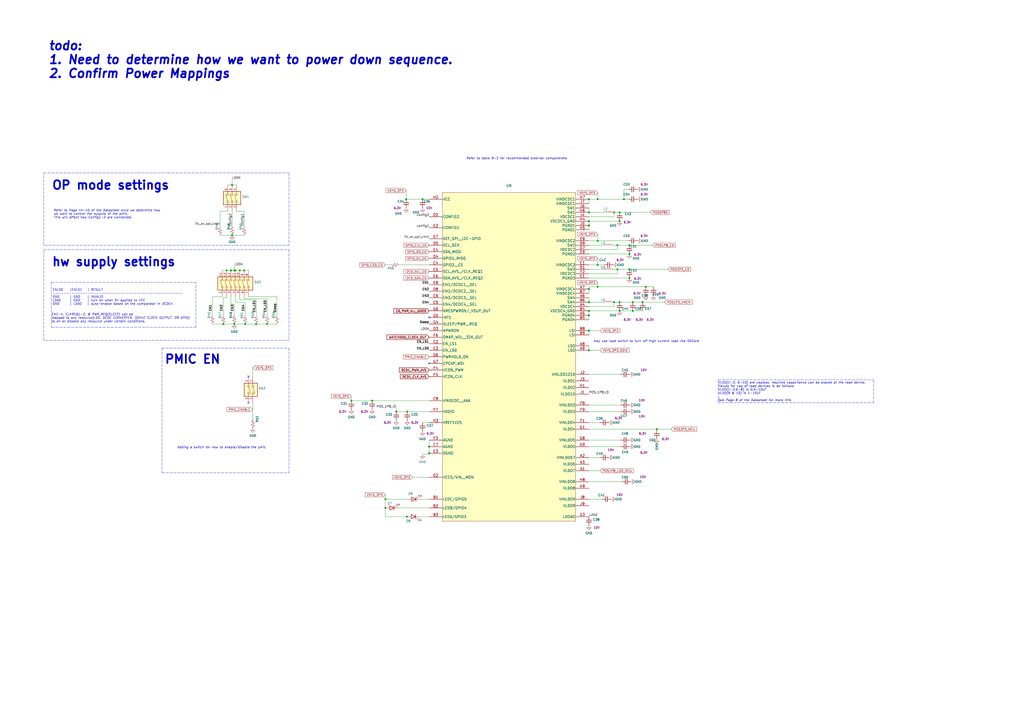
<source format=kicad_sch>
(kicad_sch (version 20211123) (generator eeschema)
  (paper "A2")
  (title_block (title "TEST_SUPPLIES") (date "2023-03-31") (rev "00"))
  (lib_symbols
    (symbol "Bub_regulators:TPS6591286YFFR" (pin_names (offset 0.254))
      (property "Reference" "U" (at 0 3.81 0))
      (property "Value" "TPS6591286YFFR" (at 0 1.27 0))
      (symbol "TPS6591286YFFR_0_1"
        (rectangle (start -38.1 0) (end 39.37 -190.5) (stroke (width 0.1524)) (fill (type background)))
      )
      (symbol "TPS6591286YFFR_1_1"
        (pin output line (at 46.99 -161.29 180) (length 7.62) (name "VLDO7") (number "A1"))
        (pin power_in line (at 46.99 -153.67 180) (length 7.62) (name "VINLDO67") (number "A2"))
        (pin output line (at 46.99 -157.48 180) (length 7.62) (name "VLDO6") (number "A3"))
        (pin input line (at 46.99 -66.04 180) (length 7.62) (name "VDCDC4") (number "A4"))
        (pin power_in line (at 46.99 -71.12 180) (length 7.62) (name "PGND4") (number "A5"))
        (pin output line (at 46.99 -60.96 180) (length 7.62) (name "SW4") (number "A6"))
        (pin power_in line (at 46.99 -55.88 180) (length 7.62) (name "VINDCDC4") (number "A7"))
        (pin output line (at 46.99 -88.9 180) (length 7.62) (name "LSO") (number "A8"))
        (pin output line (at 46.99 -91.44 180) (length 7.62) (name "LSO") (number "A9"))
        (pin bidirectional line (at -45.72 -177.8 0) (length 7.62) (name "LEDC/GPIO5") (number "B1"))
        (pin bidirectional line (at -45.72 -182.88 0) (length 7.62) (name "LEDB/GPIO4") (number "B2"))
        (pin bidirectional line (at -45.72 -187.96 0) (length 7.62) (name "LEDA/GPIO3") (number "B3"))
        (pin power_in line (at 46.99 -68.58 180) (length 7.62) (name "VDCDC4_GND") (number "B4"))
        (pin power_in line (at 46.99 -73.66 180) (length 7.62) (name "PGND4") (number "B5"))
        (pin output line (at 46.99 -63.5 180) (length 7.62) (name "SW4") (number "B6"))
        (pin power_in line (at 46.99 -58.42 180) (length 7.62) (name "VINDCDC4") (number "B7"))
        (pin input line (at 46.99 -80.01 180) (length 7.62) (name "LSI") (number "B8"))
        (pin input line (at 46.99 -82.55 180) (length 7.62) (name "LSI") (number "B9"))
        (pin power_in line (at 46.99 -41.91 180) (length 7.62) (name "VINDCDC3") (number "C1"))
        (pin input line (at -45.72 -87.63 0) (length 7.62) (name "EN_LS1") (number "C2"))
        (pin input line (at -45.72 -91.44 0) (length 7.62) (name "EN_LS0") (number "C3"))
        (pin bidirectional line (at -45.72 -41.91 0) (length 7.62) (name "GPIO2__CE") (number "C4"))
        (pin input line (at -45.72 -64.77 0) (length 7.62) (name "EN4/DCDC4__SEL") (number "C5"))
        (pin input line (at -45.72 -60.96 0) (length 7.62) (name "EN3/DCDC3__SEL") (number "C6"))
        (pin power_in line (at -45.72 -147.32 0) (length 7.62) (name "AGND") (number "C7"))
        (pin input line (at -45.72 -120.65 0) (length 7.62) (name "VINDCDC__ANA") (number "C8"))
        (pin power_in line (at 46.99 -27.94 180) (length 7.62) (name "VINDCDC2") (number "C9"))
        (pin output line (at 46.99 -44.45 180) (length 7.62) (name "SW3") (number "D1"))
        (pin input line (at -45.72 -13.97 0) (length 7.62) (name "CONFIG2") (number "D2"))
        (pin unspecified line (at -45.72 -80.01 0) (length 7.62) (name "NPWRON") (number "D3"))
        (pin bidirectional line (at -45.72 -38.1 0) (length 7.62) (name "GPIO1_MISO") (number "D4"))
        (pin input line (at -45.72 -30.48 0) (length 7.62) (name "SCL_SCK") (number "D5"))
        (pin input line (at -45.72 -95.25 0) (length 7.62) (name "PWRHOLD_ON") (number "D6"))
        (pin input line (at 46.99 -33.02 180) (length 7.62) (name "VDCDC2") (number "D7"))
        (pin input line (at -45.72 -57.15 0) (length 7.62) (name "EN2/DCDC2__SEL") (number "D8"))
        (pin output line (at 46.99 -30.48 180) (length 7.62) (name "SW2") (number "D9"))
        (pin power_in line (at 46.99 -49.53 180) (length 7.62) (name "PGND3") (number "E1"))
        (pin input line (at -45.72 -20.32 0) (length 7.62) (name "CONFIG1") (number "E2"))
        (pin power_in line (at -45.72 -151.13 0) (length 7.62) (name "DGND") (number "E3"))
        (pin bidirectional line (at -45.72 -34.29 0) (length 7.62) (name "SDA_MOSI") (number "E4"))
        (pin input line (at -45.72 -45.72 0) (length 7.62) (name "SCL_AVS_/CLK_REQ1") (number "E5"))
        (pin bidirectional line (at -45.72 -49.53 0) (length 7.62) (name "SDA_AVS_/CLK_REQ2") (number "E6"))
        (pin input line (at -45.72 -26.67 0) (length 7.62) (name "DEF_SPI__I2C-GPIO") (number "E7"))
        (pin input line (at -45.72 -53.34 0) (length 7.62) (name "EN1/DCDC1__SEL") (number "E8"))
        (pin power_in line (at 46.99 -35.56 180) (length 7.62) (name "PGND2") (number "E9"))
        (pin power_in line (at 46.99 -133.35 180) (length 7.62) (name "VINLDO4") (number "F1"))
        (pin input line (at 46.99 -46.99 180) (length 7.62) (name "VDCDC3") (number "F2"))
        (pin power_in line (at -45.72 -143.51 0) (length 7.62) (name "AGND") (number "F3"))
        (pin input line (at -45.72 -102.87 0) (length 7.62) (name "VCON_PWM") (number "F4"))
        (pin input line (at -45.72 -106.68 0) (length 7.62) (name "VCON_CLK") (number "F5"))
        (pin output line (at -45.72 -83.82 0) (length 7.62) (name "OMAP_WDI__32K_OUT") (number "F6"))
        (pin power_in line (at -45.72 -127 0) (length 7.62) (name "VDDIO") (number "F7"))
        (pin power_in line (at 46.99 -123.19 180) (length 7.62) (name "VINLDO3") (number "F8"))
        (pin output line (at 46.99 -127 180) (length 7.62) (name "VLDO3") (number "F9"))
        (pin output line (at 46.99 -137.16 180) (length 7.62) (name "VLDO4") (number "G1"))
        (pin input line (at -45.72 -165.1 0) (length 7.62) (name "VCCS/VIN__MON") (number "G2"))
        (pin power_in line (at 46.99 -187.96 180) (length 7.62) (name "LDOAO") (number "G3"))
        (pin input line (at -45.72 -76.2 0) (length 7.62) (name "SLEEP/PWR__REQ") (number "G4"))
        (pin input line (at -45.72 -72.39 0) (length 7.62) (name "INT1") (number "G5"))
        (pin output line (at -45.72 -68.58 0) (length 7.62) (name "NRESPWRON/_VSUP_OUT") (number "G6"))
        (pin no_connect line (at -45.72 -99.06 0) (length 7.62) (name "CPCAP_WDI") (number "G7"))
        (pin power_in line (at 46.99 -143.51 180) (length 7.62) (name "VINLDO5") (number "G8"))
        (pin output line (at 46.99 -147.32 180) (length 7.62) (name "VLDO5") (number "G9"))
        (pin output line (at 46.99 -113.03 180) (length 7.62) (name "VLDO2") (number "H1"))
        (pin power_in line (at -45.72 -3.81 0) (length 7.62) (name "VCC") (number "H2"))
        (pin output line (at -45.72 -133.35 0) (length 7.62) (name "VREF1V25") (number "H3"))
        (pin power_in line (at 46.99 -16.51 180) (length 7.62) (name "VDCDC1_GND") (number "H4"))
        (pin power_in line (at 46.99 -21.59 180) (length 7.62) (name "PGND1") (number "H5"))
        (pin output line (at 46.99 -11.43 180) (length 7.62) (name "SW1") (number "H6"))
        (pin input line (at 46.99 -3.81 180) (length 7.62) (name "VINDCDC1") (number "H7"))
        (pin power_in line (at 46.99 -167.64 180) (length 7.62) (name "VINLDO8") (number "H8"))
        (pin power_in line (at 46.99 -171.45 180) (length 7.62) (name "VLDO8") (number "H9"))
        (pin output line (at 46.99 -116.84 180) (length 7.62) (name "VLDO10") (number "J1"))
        (pin power_in line (at 46.99 -105.41 180) (length 7.62) (name "VINLDO1210") (number "J2"))
        (pin output line (at 46.99 -109.22 180) (length 7.62) (name "VLDO1") (number "J3"))
        (pin bidirectional line (at 46.99 -13.97 180) (length 7.62) (name "VDCDC1") (number "J4"))
        (pin power_in line (at 46.99 -19.05 180) (length 7.62) (name "PGND1") (number "J5"))
        (pin output line (at 46.99 -8.89 180) (length 7.62) (name "SW1") (number "J6"))
        (pin bidirectional line (at 46.99 -6.35 180) (length 7.62) (name "VINDCDC1") (number "J7"))
        (pin power_in line (at 46.99 -177.8 180) (length 7.62) (name "VINLDO9") (number "J8"))
        (pin output line (at 46.99 -181.61 180) (length 7.62) (name "VLDO9") (number "J9"))
      )
    )
    (symbol "Device:C_Small" (pin_numbers hide) (pin_names (offset 0.254) hide)
      (property "Reference" "C" (at 0.254 1.778 0))
      (property "Value" "C_Small" (at 0.254 -2.032 0))
      (symbol "C_Small_0_1"
        (polyline (pts (xy -1.524 -0.508) (xy 1.524 -0.508)) (stroke (width 0.3302)))
        (polyline (pts (xy -1.524 0.508) (xy 1.524 0.508)) (stroke (width 0.3048)))
      )
      (symbol "C_Small_1_1"
        (pin passive line (at 0 2.54 270) (length 2.032) (name "~") (number "1"))
        (pin passive line (at 0 -2.54 90) (length 2.032) (name "~") (number "2"))
      )
    )
    (symbol "Device:LED" (pin_numbers hide) (pin_names (offset 1.016) hide)
      (property "Reference" "D" (at 0 2.54 0))
      (property "Value" "LED" (at 0 -2.54 0))
      (symbol "LED_0_1"
        (polyline (pts (xy -1.27 -1.27) (xy -1.27 1.27)) (stroke (width 0.254)))
        (polyline (pts (xy -1.27 0) (xy 1.27 0)))
        (polyline (pts (xy 1.27 -1.27) (xy 1.27 1.27) (xy -1.27 0) (xy 1.27 -1.27)) (stroke (width 0.254)))
        (polyline (pts (xy -3.048 -0.762) (xy -4.572 -2.286) (xy -3.81 -2.286) (xy -4.572 -2.286) (xy -4.572 -1.524)))
        (polyline (pts (xy -1.778 -0.762) (xy -3.302 -2.286) (xy -2.54 -2.286) (xy -3.302 -2.286) (xy -3.302 -1.524)))
      )
      (symbol "LED_1_1"
        (pin passive line (at -3.81 0 0) (length 2.54) (name "K") (number "1"))
        (pin passive line (at 3.81 0 180) (length 2.54) (name "A") (number "2"))
      )
    )
    (symbol "Device:L_Small" (pin_numbers hide) (pin_names (offset 0.254) hide)
      (property "Reference" "L" (at 0.762 1.016 0))
      (property "Value" "L_Small" (at 0.762 -1.016 0))
      (symbol "L_Small_0_1"
        (arc (start 0 -2.032) (mid 0.508 -1.524) (end 0 -1.016))
        (arc (start 0 -1.016) (mid 0.508 -0.508) (end 0 0))
        (arc (start 0 0) (mid 0.508 0.508) (end 0 1.016))
        (arc (start 0 1.016) (mid 0.508 1.524) (end 0 2.032))
      )
      (symbol "L_Small_1_1"
        (pin passive line (at 0 2.54 270) (length 0.508) (name "~") (number "1"))
        (pin passive line (at 0 -2.54 90) (length 0.508) (name "~") (number "2"))
      )
    )
    (symbol "Device:R_Small_US" (pin_numbers hide) (pin_names (offset 0.254) hide)
      (property "Reference" "R" (at 0.762 0.508 0))
      (property "Value" "R_Small_US" (at 0.762 -1.016 0))
      (symbol "R_Small_US_1_1"
        (polyline (pts (xy 0 0) (xy 1.016 -0.381) (xy 0 -0.762) (xy -1.016 -1.143) (xy 0 -1.524)))
        (polyline (pts (xy 0 1.524) (xy 1.016 1.143) (xy 0 0.762) (xy -1.016 0.381) (xy 0 0)))
        (pin passive line (at 0 2.54 270) (length 1.016) (name "~") (number "1"))
        (pin passive line (at 0 -2.54 90) (length 1.016) (name "~") (number "2"))
      )
    )
    (symbol "Switch:SW_DIP_x02" (pin_names (offset 0) hide)
      (property "Reference" "SW" (at 0 6.35 0))
      (property "Value" "SW_DIP_x02" (at 0 -3.81 0))
      (symbol "SW_DIP_x02_0_0"
        (circle (center -2.032 0) (radius 0.508))
        (circle (center -2.032 2.54) (radius 0.508))
        (polyline (pts (xy -1.524 0.127) (xy 2.3622 1.1684)))
        (polyline (pts (xy -1.524 2.667) (xy 2.3622 3.7084)))
        (circle (center 2.032 0) (radius 0.508))
        (circle (center 2.032 2.54) (radius 0.508))
      )
      (symbol "SW_DIP_x02_0_1"
        (rectangle (start -3.81 5.08) (end 3.81 -2.54) (stroke (width 0.254)) (fill (type background)))
      )
      (symbol "SW_DIP_x02_1_1"
        (pin passive line (at -7.62 2.54 0) (length 5.08) (name "~") (number "1"))
        (pin passive line (at -7.62 0 0) (length 5.08) (name "~") (number "2"))
        (pin passive line (at 7.62 0 180) (length 5.08) (name "~") (number "3"))
        (pin passive line (at 7.62 2.54 180) (length 5.08) (name "~") (number "4"))
      )
    )
    (symbol "Switch:SW_DIP_x03" (pin_names (offset 0) hide)
      (property "Reference" "SW" (at 0 8.89 0))
      (property "Value" "SW_DIP_x03" (at 0 -3.81 0))
      (symbol "SW_DIP_x03_0_0"
        (circle (center -2.032 0) (radius 0.508))
        (circle (center -2.032 2.54) (radius 0.508))
        (circle (center -2.032 5.08) (radius 0.508))
        (polyline (pts (xy -1.524 0.127) (xy 2.3622 1.1684)))
        (polyline (pts (xy -1.524 2.667) (xy 2.3622 3.7084)))
        (polyline (pts (xy -1.524 5.207) (xy 2.3622 6.2484)))
        (circle (center 2.032 0) (radius 0.508))
        (circle (center 2.032 2.54) (radius 0.508))
        (circle (center 2.032 5.08) (radius 0.508))
      )
      (symbol "SW_DIP_x03_0_1"
        (rectangle (start -3.81 7.62) (end 3.81 -2.54) (stroke (width 0.254)) (fill (type background)))
      )
      (symbol "SW_DIP_x03_1_1"
        (pin passive line (at -7.62 5.08 0) (length 5.08) (name "~") (number "1"))
        (pin passive line (at -7.62 2.54 0) (length 5.08) (name "~") (number "2"))
        (pin passive line (at -7.62 0 0) (length 5.08) (name "~") (number "3"))
        (pin passive line (at 7.62 0 180) (length 5.08) (name "~") (number "4"))
        (pin passive line (at 7.62 2.54 180) (length 5.08) (name "~") (number "5"))
        (pin passive line (at 7.62 5.08 180) (length 5.08) (name "~") (number "6"))
      )
    )
    (symbol "Switch:SW_DIP_x07" (pin_names (offset 0) hide)
      (property "Reference" "SW" (at 0 13.97 0))
      (property "Value" "SW_DIP_x07" (at 0 -8.89 0))
      (symbol "SW_DIP_x07_0_0"
        (circle (center -2.032 -5.08) (radius 0.508))
        (circle (center -2.032 -2.54) (radius 0.508))
        (circle (center -2.032 0) (radius 0.508))
        (circle (center -2.032 2.54) (radius 0.508))
        (circle (center -2.032 5.08) (radius 0.508))
        (circle (center -2.032 7.62) (radius 0.508))
        (circle (center -2.032 10.16) (radius 0.508))
        (polyline (pts (xy -1.524 -4.9276) (xy 2.3622 -3.8862)))
        (polyline (pts (xy -1.524 -2.3876) (xy 2.3622 -1.3462)))
        (polyline (pts (xy -1.524 0.127) (xy 2.3622 1.1684)))
        (polyline (pts (xy -1.524 2.667) (xy 2.3622 3.7084)))
        (polyline (pts (xy -1.524 5.207) (xy 2.3622 6.2484)))
        (polyline (pts (xy -1.524 7.747) (xy 2.3622 8.7884)))
        (polyline (pts (xy -1.524 10.287) (xy 2.3622 11.3284)))
        (circle (center 2.032 -5.08) (radius 0.508))
        (circle (center 2.032 -2.54) (radius 0.508))
        (circle (center 2.032 0) (radius 0.508))
        (circle (center 2.032 2.54) (radius 0.508))
        (circle (center 2.032 5.08) (radius 0.508))
        (circle (center 2.032 7.62) (radius 0.508))
        (circle (center 2.032 10.16) (radius 0.508))
      )
      (symbol "SW_DIP_x07_0_1"
        (rectangle (start -3.81 12.7) (end 3.81 -7.62) (stroke (width 0.254)) (fill (type background)))
      )
      (symbol "SW_DIP_x07_1_1"
        (pin passive line (at -7.62 10.16 0) (length 5.08) (name "~") (number "1"))
        (pin passive line (at 7.62 0 180) (length 5.08) (name "~") (number "10"))
        (pin passive line (at 7.62 2.54 180) (length 5.08) (name "~") (number "11"))
        (pin passive line (at 7.62 5.08 180) (length 5.08) (name "~") (number "12"))
        (pin passive line (at 7.62 7.62 180) (length 5.08) (name "~") (number "13"))
        (pin passive line (at 7.62 10.16 180) (length 5.08) (name "~") (number "14"))
        (pin passive line (at -7.62 7.62 0) (length 5.08) (name "~") (number "2"))
        (pin passive line (at -7.62 5.08 0) (length 5.08) (name "~") (number "3"))
        (pin passive line (at -7.62 2.54 0) (length 5.08) (name "~") (number "4"))
        (pin passive line (at -7.62 0 0) (length 5.08) (name "~") (number "5"))
        (pin passive line (at -7.62 -2.54 0) (length 5.08) (name "~") (number "6"))
        (pin passive line (at -7.62 -5.08 0) (length 5.08) (name "~") (number "7"))
        (pin passive line (at 7.62 -5.08 180) (length 5.08) (name "~") (number "8"))
        (pin passive line (at 7.62 -2.54 180) (length 5.08) (name "~") (number "9"))
      )
    )
    (symbol "power:GND" (power) (pin_names (offset 0))
      (property "Value" "GND" (at 0 -3.81 0))
      (symbol "GND_0_1"
        (polyline (pts (xy 0 0) (xy 0 -1.27) (xy 1.27 -1.27) (xy 0 -2.54) (xy -1.27 -1.27) (xy 0 -1.27)))
      )
      (symbol "GND_1_1"
        (pin power_in line (at 0 0 270) (length 0) hide (name "GND") (number "1"))
      )
    )
  )
  (junction (at 359.41 128.27))
  (junction (at 374.65 166.37))
  (junction (at 356.235 175.26))
  (junction (at 365.125 161.29))
  (junction (at 236.0035 299.72))
  (junction (at 215.9 232.41))
  (junction (at 136.525 156.845))
  (junction (at 133.985 156.845))
  (junction (at 154.94 187.96))
  (junction (at 359.41 123.19))
  (junction (at 341.63 130.81))
  (junction (at 356.235 123.19))
  (junction (at 346.71 139.7))
  (junction (at 135.89 156.845))
  (junction (at 365.125 156.21))
  (junction (at 248.92 262.89))
  (junction (at 367.03 180.34))
  (junction (at 203.835 232.41))
  (junction (at 358.14 142.24))
  (junction (at 358.14 156.21))
  (junction (at 341.63 191.77))
  (junction (at 359.41 175.26))
  (junction (at 341.63 115.57))
  (junction (at 341.63 167.64))
  (junction (at 235.585 115.57))
  (junction (at 141.605 156.845))
  (junction (at 365.125 147.32))
  (junction (at 131.445 156.845))
  (junction (at 148.59 187.96))
  (junction (at 346.71 166.37))
  (junction (at 223.52 294.64))
  (junction (at 372.745 175.26))
  (junction (at 139.065 156.845))
  (junction (at 346.71 153.67))
  (junction (at 341.63 182.88))
  (junction (at 129.54 187.96))
  (junction (at 248.92 259.08))
  (junction (at 365.125 142.24))
  (junction (at 346.71 115.57))
  (junction (at 229.87 238.76))
  (junction (at 236.22 238.76))
  (junction (at 223.52 289.56))
  (junction (at 359.41 180.34))
  (junction (at 245.11 115.57))
  (junction (at 341.63 203.2))
  (junction (at 361.95 115.57))
  (junction (at 341.63 123.19))
  (junction (at 341.63 175.26))
  (junction (at 134.62 107.315))
  (junction (at 341.63 128.27))
  (junction (at 341.63 180.34))
  (junction (at 367.03 175.26))
  (junction (at 142.24 187.96))
  (junction (at 135.89 187.96))
  (junction (at 381 248.92))
  (junction (at 134.62 136.525))
  (no_connect (at 144.145 218.44))
  (no_connect (at 144.145 233.68))
  (no_connect (at 248.92 184.15))
  (wire (pts (xy 381 248.92) (xy 389.255 248.92)))
  (wire (pts (xy 341.63 200.66) (xy 341.63 203.2)))
  (polyline (pts (xy 57.785 142.24) (xy 97.79 142.24)))
  (wire (pts (xy 365.125 156.21) (xy 387.35 156.21)))
  (wire (pts (xy 231.14 294.64) (xy 248.92 294.64)))
  (wire (pts (xy 356.235 175.26) (xy 356.235 177.8)))
  (wire (pts (xy 203.835 229.87) (xy 203.835 232.41)))
  (wire (pts (xy 203.835 232.41) (xy 215.9 232.41)))
  (wire (pts (xy 341.63 191.77) (xy 347.98 191.77)))
  (wire (pts (xy 235.585 115.57) (xy 245.11 115.57)))
  (wire (pts (xy 372.745 175.26) (xy 385.445 175.26)))
  (polyline (pts (xy 167.64 100.33) (xy 97.79 100.33)))
  (wire (pts (xy 355.6 123.19) (xy 356.235 123.19)))
  (polyline (pts (xy 57.15 142.24) (xy 25.4 142.24)))
  (polyline (pts (xy 29.845 189.865) (xy 113.665 189.865)))
  (wire (pts (xy 341.63 177.8) (xy 356.235 177.8)))
  (wire (pts (xy 356.235 123.19) (xy 359.41 123.19)))
  (wire (pts (xy 236.0035 299.72) (xy 223.52 299.72)))
  (wire (pts (xy 347.98 245.11) (xy 341.63 245.11)))
  (wire (pts (xy 346.71 111.76) (xy 346.71 115.57)))
  (wire (pts (xy 223.52 287.02) (xy 223.52 289.56)))
  (wire (pts (xy 132.08 107.315) (xy 134.62 107.315)))
  (polyline (pts (xy 93.98 274.32) (xy 167.64 274.32)))
  (wire (pts (xy 136.525 175.26) (xy 142.24 175.26)))
  (wire (pts (xy 341.63 279.4) (xy 360.68 279.4)))
  (wire (pts (xy 341.63 158.75) (xy 358.14 158.75)))
  (wire (pts (xy 128.905 172.085) (xy 123.19 172.085)))
  (wire (pts (xy 223.52 289.56) (xy 236.22 289.56)))
  (wire (pts (xy 364.49 109.855) (xy 361.95 109.855)))
  (wire (pts (xy 134.62 122.555) (xy 134.62 131.445)))
  (wire (pts (xy 341.63 265.43) (xy 347.98 265.43)))
  (wire (pts (xy 243.84 299.72) (xy 248.92 299.72)))
  (wire (pts (xy 141.605 173.355) (xy 154.94 173.355)))
  (polyline (pts (xy 506.73 233.68) (xy 506.73 220.345)))
  (polyline (pts (xy 167.64 197.485) (xy 25.4 197.485)))
  (wire (pts (xy 350.52 156.21) (xy 341.63 156.21)))
  (wire (pts (xy 341.63 166.37) (xy 341.63 167.64)))
  (polyline (pts (xy 97.79 100.33) (xy 57.785 100.33)))
  (wire (pts (xy 154.94 173.355) (xy 154.94 182.88)))
  (wire (pts (xy 358.14 158.75) (xy 358.14 156.21)))
  (wire (pts (xy 223.52 153.67) (xy 226.695 153.67)))
  (wire (pts (xy 361.95 109.855) (xy 361.95 115.57)))
  (wire (pts (xy 133.985 176.53) (xy 135.89 176.53)))
  (wire (pts (xy 144.145 172.085) (xy 160.655 172.085)))
  (wire (pts (xy 341.63 180.34) (xy 341.63 182.88)))
  (wire (pts (xy 341.63 125.73) (xy 356.235 125.73)))
  (wire (pts (xy 139.065 156.845) (xy 141.605 156.845)))
  (wire (pts (xy 131.445 156.845) (xy 133.985 156.845)))
  (wire (pts (xy 229.87 236.855) (xy 229.87 238.76)))
  (wire (pts (xy 139.065 173.99) (xy 148.59 173.99)))
  (wire (pts (xy 346.71 139.7) (xy 364.49 139.7)))
  (wire (pts (xy 154.94 187.96) (xy 160.655 187.96)))
  (wire (pts (xy 341.63 289.56) (xy 349.25 289.56)))
  (wire (pts (xy 133.985 172.085) (xy 133.985 176.53)))
  (polyline (pts (xy 416.56 233.68) (xy 506.73 233.68)))
  (wire (pts (xy 360.045 259.08) (xy 341.63 259.08)))
  (wire (pts (xy 341.63 203.2) (xy 347.98 203.2)))
  (wire (pts (xy 341.63 153.67) (xy 346.71 153.67)))
  (wire (pts (xy 129.54 172.72) (xy 129.54 182.88)))
  (wire (pts (xy 215.9 232.41) (xy 248.92 232.41)))
  (polyline (pts (xy 25.4 142.24) (xy 25.4 100.33)))
  (wire (pts (xy 248.92 255.27) (xy 248.92 259.08)))
  (wire (pts (xy 359.41 175.26) (xy 367.03 175.26)))
  (wire (pts (xy 341.63 182.88) (xy 341.63 185.42)))
  (wire (pts (xy 367.03 180.34) (xy 372.745 180.34)))
  (wire (pts (xy 142.24 187.96) (xy 148.59 187.96)))
  (wire (pts (xy 236.22 299.72) (xy 236.0035 299.72)))
  (wire (pts (xy 248.92 263.525) (xy 245.11 263.525)))
  (wire (pts (xy 381 248.92) (xy 381 249.555)))
  (wire (pts (xy 141.605 122.555) (xy 137.16 122.555)))
  (wire (pts (xy 129.54 187.96) (xy 135.89 187.96)))
  (wire (pts (xy 341.63 167.64) (xy 341.63 170.18)))
  (wire (pts (xy 356.235 175.26) (xy 359.41 175.26)))
  (wire (pts (xy 135.89 154.305) (xy 135.89 156.845)))
  (polyline (pts (xy 25.4 100.33) (xy 57.785 100.33)))
  (wire (pts (xy 341.63 234.95) (xy 360.045 234.95)))
  (wire (pts (xy 359.41 180.34) (xy 367.03 180.34)))
  (wire (pts (xy 341.63 130.81) (xy 341.63 133.35)))
  (polyline (pts (xy 167.64 100.33) (xy 167.64 142.24)))
  (wire (pts (xy 141.605 156.845) (xy 144.145 156.845)))
  (wire (pts (xy 367.03 175.26) (xy 372.745 175.26)))
  (wire (pts (xy 358.14 144.78) (xy 358.14 142.24)))
  (wire (pts (xy 243.84 289.56) (xy 248.92 289.56)))
  (wire (pts (xy 358.14 156.21) (xy 365.125 156.21)))
  (wire (pts (xy 341.63 238.76) (xy 360.045 238.76)))
  (wire (pts (xy 360.045 255.27) (xy 341.63 255.27)))
  (wire (pts (xy 231.775 153.67) (xy 248.92 153.67)))
  (wire (pts (xy 146.685 213.36) (xy 146.685 218.44)))
  (wire (pts (xy 350.52 123.19) (xy 341.63 123.19)))
  (wire (pts (xy 356.235 123.19) (xy 356.235 125.73)))
  (wire (pts (xy 127.635 136.525) (xy 134.62 136.525)))
  (wire (pts (xy 146.685 233.68) (xy 146.685 243.205)))
  (wire (pts (xy 341.63 161.29) (xy 365.125 161.29)))
  (polyline (pts (xy 167.64 274.32) (xy 167.64 201.93)))
  (wire (pts (xy 236.22 238.76) (xy 248.92 238.76)))
  (wire (pts (xy 341.63 217.17) (xy 360.045 217.17)))
  (wire (pts (xy 350.52 175.26) (xy 341.63 175.26)))
  (polyline (pts (xy 25.4 144.78) (xy 167.64 144.78)))
  (wire (pts (xy 141.605 172.085) (xy 141.605 173.355)))
  (wire (pts (xy 127.635 122.555) (xy 132.08 122.555)))
  (wire (pts (xy 135.89 187.96) (xy 142.24 187.96)))
  (wire (pts (xy 248.92 259.08) (xy 248.92 262.89)))
  (wire (pts (xy 359.41 123.19) (xy 377.19 123.19)))
  (wire (pts (xy 365.125 142.24) (xy 378.46 142.24)))
  (wire (pts (xy 133.985 156.845) (xy 135.89 156.845)))
  (wire (pts (xy 341.63 172.72) (xy 341.63 175.26)))
  (polyline (pts (xy 97.79 142.24) (xy 167.64 142.24)))
  (wire (pts (xy 131.445 172.085) (xy 131.445 172.72)))
  (wire (pts (xy 341.63 180.34) (xy 359.41 180.34)))
  (wire (pts (xy 341.63 147.32) (xy 365.125 147.32)))
  (wire (pts (xy 127.635 131.445) (xy 127.635 122.555)))
  (wire (pts (xy 341.63 123.19) (xy 341.63 120.65)))
  (wire (pts (xy 123.19 187.96) (xy 129.54 187.96)))
  (wire (pts (xy 341.63 248.92) (xy 381 248.92)))
  (wire (pts (xy 341.63 191.77) (xy 341.63 194.31)))
  (polyline (pts (xy 93.98 201.93) (xy 93.98 274.32)))
  (wire (pts (xy 355.6 175.26) (xy 356.235 175.26)))
  (wire (pts (xy 341.63 115.57) (xy 341.63 118.11)))
  (wire (pts (xy 341.63 273.05) (xy 347.98 273.05)))
  (wire (pts (xy 341.63 166.37) (xy 346.71 166.37)))
  (wire (pts (xy 346.71 153.67) (xy 350.52 153.67)))
  (wire (pts (xy 134.62 136.525) (xy 141.605 136.525)))
  (wire (pts (xy 139.065 172.085) (xy 139.065 173.99)))
  (wire (pts (xy 341.63 128.27) (xy 341.63 130.81)))
  (wire (pts (xy 341.63 139.7) (xy 346.71 139.7)))
  (wire (pts (xy 148.59 173.99) (xy 148.59 182.88)))
  (wire (pts (xy 346.71 135.89) (xy 346.71 139.7)))
  (wire (pts (xy 350.52 142.24) (xy 341.63 142.24)))
  (wire (pts (xy 223.52 294.64) (xy 223.52 299.72)))
  (wire (pts (xy 141.605 131.445) (xy 141.605 122.555)))
  (wire (pts (xy 341.63 115.57) (xy 346.71 115.57)))
  (polyline (pts (xy 416.56 220.345) (xy 416.56 233.68)))
  (wire (pts (xy 134.62 107.315) (xy 137.16 107.315)))
  (wire (pts (xy 135.89 156.845) (xy 136.525 156.845)))
  (polyline (pts (xy 93.98 201.93) (xy 167.64 201.93)))
  (wire (pts (xy 136.525 156.845) (xy 139.065 156.845)))
  (wire (pts (xy 355.6 142.24) (xy 358.14 142.24)))
  (wire (pts (xy 223.52 289.56) (xy 223.52 294.64)))
  (wire (pts (xy 235.585 110.49) (xy 235.585 115.57)))
  (polyline (pts (xy 29.845 163.83) (xy 29.845 189.865)))
  (wire (pts (xy 245.11 245.11) (xy 248.92 245.11)))
  (wire (pts (xy 341.63 144.78) (xy 358.14 144.78)))
  (wire (pts (xy 346.71 149.86) (xy 346.71 153.67)))
  (wire (pts (xy 229.87 238.76) (xy 236.22 238.76)))
  (wire (pts (xy 160.655 172.085) (xy 160.655 182.88)))
  (wire (pts (xy 374.65 166.37) (xy 379.095 166.37)))
  (wire (pts (xy 134.62 104.14) (xy 134.62 107.315)))
  (wire (pts (xy 346.71 163.83) (xy 346.71 166.37)))
  (wire (pts (xy 131.445 172.72) (xy 129.54 172.72)))
  (polyline (pts (xy 167.64 144.78) (xy 167.64 197.485)))
  (wire (pts (xy 346.71 166.37) (xy 374.65 166.37)))
  (polyline (pts (xy 25.4 197.485) (xy 25.4 144.78)))
  (wire (pts (xy 123.19 172.085) (xy 123.19 182.88)))
  (polyline (pts (xy 113.665 189.865) (xy 113.665 163.83)))
  (wire (pts (xy 361.95 115.57) (xy 364.49 115.57)))
  (wire (pts (xy 142.24 175.26) (xy 142.24 182.88)))
  (polyline (pts (xy 29.845 163.83) (xy 113.665 163.83)))
  (polyline (pts (xy 416.56 220.345) (xy 506.73 220.345)))
  (wire (pts (xy 358.14 156.21) (xy 355.6 156.21)))
  (wire (pts (xy 245.11 115.57) (xy 248.92 115.57)))
  (wire (pts (xy 239.395 276.86) (xy 248.92 276.86)))
  (wire (pts (xy 358.14 142.24) (xy 365.125 142.24)))
  (wire (pts (xy 341.63 128.27) (xy 359.41 128.27)))
  (wire (pts (xy 128.905 156.845) (xy 131.445 156.845)))
  (wire (pts (xy 136.525 172.085) (xy 136.525 175.26)))
  (wire (pts (xy 346.71 115.57) (xy 361.95 115.57)))
  (wire (pts (xy 148.59 187.96) (xy 154.94 187.96)))
  (wire (pts (xy 135.89 176.53) (xy 135.89 182.88)))
  (wire (pts (xy 248.92 262.89) (xy 248.92 263.525)))
  (text "Refer to table 9-2 for recommended external componenets" (at 270.51 92.71 0) (effects (font (size 1.27 1.27)) (justify left bottom)))
  (text "Refer to Page 44-45 of the Datasheet once we determine how \nwe want to control the outputs of the pmic. \nThis will affect how Config1-2 are connected.\n" (at 31.115 127 0) (effects (font (size 1.27 1.27) italic) (justify left bottom)))
  (text "may use load switch to turn off high current load like SDCard\n" (at 344.17 198.755 0) (effects (font (size 1.27 1.27) italic) (justify left bottom)))
  (text "OP mode settings" (at 29.845 110.49 0) (effects (font (size 5 5) (thickness 1) bold) (justify left bottom)))
  (text "hw supply settings\n" (at 29.845 154.94 0) (effects (font (size 5 5) (thickness 1) bold) (justify left bottom)))
  (text "todo:\n1. Need to determine how we want to power down sequence. \n2. Confirm Power Mappings" (at 27.94 45.72 0) (effects (font (size 5 5) (thickness 1) bold italic) (justify left bottom)))
  (text "Adding a switch for now to enable/disable the pmic" (at 102.87 260.35 0) (effects (font (size 1.27 1.27) italic) (justify left bottom)))
  (text "VLDO(1-3, 6-10) are capless, required capacitance can be placed at the load device.\nValues for cap of load devices is as follows:\nVLDO(1-3,6-8) is 0.5-10uF\nVLDO(9 & 10) is 1-10uF\n\nSee Page 8 of the Datasheet for more info" (at 416.56 233.045 0) (effects (font (size 1.27 1.27) italic) (justify left bottom)))
  (text "EN1-4, CLKREQ1-2, & PWR_REQ(SLEEP) can be \nmapped to any resource(LDO, DCDC CONVERTER, 32KHZ CLOCK OUTPUT, OR GPIO) \nto en or disable any resource under certain conditions." (at 29.845 187.325 0) (effects (font (size 1.27 1.27) italic) (justify left bottom)))
  (text "PMIC EN\n" (at 95.25 211.455 0) (effects (font (size 5 5) (thickness 1) bold) (justify left bottom)))
  (text "ENLS0	|ENLS1	| RESULT\n------------------------------------------------\nGND		| GND	| INVALID\nLDAO	| GND	| turn on when 5V applied to VCC\nGND		| LDAO	| auto-enable based on the comparator in DCDC4" (at 30.48 177.165 0) (effects (font (size 1.27 1.27)) (justify left bottom)))
  (label "EN3" (at 135.89 176.53 270) (effects (font bold)))
  (label "EN1" (at 123.19 176.53 270) (effects (font bold)))
  (label "LDOA" (at 341.63 299.72 0) (effects (font italic)))
  (label "EN2" (at 129.54 176.53 270) (effects (font bold)))
  (label "POS_1P8_IO" (at 229.87 236.855 180))
  (label "EN4" (at 142.24 176.53 270) (effects (font bold)))
  (label "EN3" (at 248.92 172.72 180) (effects (font bold)))
  (label "config2" (at 248.92 125.73 180) (effects (font italic)))
  (label "iic_or_spi_cntrl" (at 127.635 130.81 180) (effects (font italic)))
  (label "config1" (at 141.605 123.825 270) (effects (font italic)))
  (label "EN2" (at 248.92 168.91 180) (effects (font bold)))
  (label "iic_or_spi_cntrl" (at 248.92 138.43 180) (effects (font italic)))
  (label "Sleep" (at 160.655 175.895 270) (effects (font bold)))
  (label "EN_LS0" (at 154.94 173.99 270) (effects (font bold)))
  (label "EN1" (at 248.92 165.1 180) (effects (font bold)))
  (label "EN_LS1" (at 248.92 199.39 180) (effects (font bold)))
  (label "config1" (at 248.92 132.08 180) (effects (font italic)))
  (label "EN_LS1" (at 148.59 173.99 270) (effects (font bold)))
  (label "LDOA" (at 248.92 191.77 180) (effects (font italic)))
  (label "POS_1P8_IO" (at 341.63 228.6 0))
  (label "Sleep" (at 248.92 187.96 180) (effects (font bold)))
  (label "EN4" (at 248.92 176.53 180) (effects (font bold)))
  (label "LDOA" (at 135.89 154.305 0) (effects (font italic)))
  (label "config2" (at 134.62 123.825 270) (effects (font italic)))
  (label "LDOA" (at 134.62 104.14 0) (effects (font italic)))
  (label "EN_LS0" (at 248.92 203.2 180) (effects (font bold)))
  (global_label "POS1P8_C0" (shape input) (at 378.46 142.24 0) (property "Intersheet References" "${INTERSHEET_REFS}" (effects hide)))
  (global_label "POS0P85" (shape input) (at 377.19 123.19 0) (property "Intersheet References" "${INTERSHEET_REFS}" (effects hide)))
  (global_label "POS1P2_VMEM" (shape input) (at 385.445 175.26 0) (property "Intersheet References" "${INTERSHEET_REFS}" (effects hide)))
  (global_label "PMIC_ENABLE" (shape input) (at 248.92 207.01 180) (property "Intersheet References" "${INTERSHEET_REFS}" (effects hide)))
  (global_label "I2C0_SCL_C0" (shape input) (at 248.92 157.48 180) (property "Intersheet References" "${INTERSHEET_REFS}" (effects hide)))
  (global_label "POS3P3_MCU" (shape input) (at 389.255 248.92 0) (property "Intersheet References" "${INTERSHEET_REFS}" (effects hide)))
  (global_label "VSYS_3P3" (shape input) (at 347.98 191.77 0) (property "Intersheet References" "${INTERSHEET_REFS}" (effects hide)))
  (global_label "SPI0_D1_C0" (shape input) (at 248.92 149.86 180) (property "Intersheet References" "${INTERSHEET_REFS}" (effects hide)))
  (global_label "VSYS_3P3" (shape input) (at 346.71 111.76 180) (property "Intersheet References" "${INTERSHEET_REFS}" (effects hide)))
  (global_label "PMIC_ENABLE" (shape input) (at 146.685 237.49 180) (property "Intersheet References" "${INTERSHEET_REFS}" (effects hide)))
  (global_label "DCD1_CLK_AVS" (shape input) (at 248.92 218.44 180) (effects (font bold)) (property "Intersheet References" "${INTERSHEET_REFS}" (effects hide)))
  (global_label "VSYS_3P3" (shape input) (at 346.71 135.89 180) (property "Intersheet References" "${INTERSHEET_REFS}" (effects hide)))
  (global_label "VSYS_3P3" (shape input) (at 346.71 149.86 180) (property "Intersheet References" "${INTERSHEET_REFS}" (effects hide)))
  (global_label "VSYS_3P3" (shape input) (at 239.395 276.86 180) (property "Intersheet References" "${INTERSHEET_REFS}" (effects hide)))
  (global_label "SPI0_D0_C0" (shape input) (at 248.92 146.05 180) (property "Intersheet References" "${INTERSHEET_REFS}" (effects hide)))
  (global_label "C0_PWR_ALL_GOOD" (shape input) (at 248.92 180.34 180) (effects (font bold)) (property "Intersheet References" "${INTERSHEET_REFS}" (effects hide)))
  (global_label "POS1P8_LDO_MCU" (shape input) (at 347.98 273.05 0) (property "Intersheet References" "${INTERSHEET_REFS}" (effects hide)))
  (global_label "VSYS_3P3" (shape input) (at 235.585 110.49 180) (property "Intersheet References" "${INTERSHEET_REFS}" (effects hide)))
  (global_label "DCD1_PWM_AVS" (shape input) (at 248.92 214.63 180) (effects (font bold)) (property "Intersheet References" "${INTERSHEET_REFS}" (effects hide)))
  (global_label "I2C0_SDA_C0" (shape input) (at 248.92 161.29 180) (property "Intersheet References" "${INTERSHEET_REFS}" (effects hide)))
  (global_label "VSYS_3P3" (shape input) (at 203.835 229.87 180) (property "Intersheet References" "${INTERSHEET_REFS}" (effects hide)))
  (global_label "VSYS_3P3" (shape input) (at 146.685 213.36 0) (property "Intersheet References" "${INTERSHEET_REFS}" (effects hide)))
  (global_label "POS3P3_C0" (shape input) (at 387.35 156.21 0) (property "Intersheet References" "${INTERSHEET_REFS}" (effects hide)))
  (global_label "VSYS_3P3" (shape input) (at 346.71 163.83 180) (property "Intersheet References" "${INTERSHEET_REFS}" (effects hide)))
  (global_label "SPI0_CS0_C0" (shape input) (at 223.52 153.67 180) (property "Intersheet References" "${INTERSHEET_REFS}" (effects hide)))
  (global_label "SPI0_CLK_C0" (shape input) (at 248.92 142.24 180) (property "Intersheet References" "${INTERSHEET_REFS}" (effects hide)))
  (global_label "WATCHDOG_CLOCK_OUT" (shape input) (at 248.92 195.58 180) (effects (font bold)) (property "Intersheet References" "${INTERSHEET_REFS}" (effects hide)))
  (global_label "VSYS_3P3_SDIO" (shape input) (at 347.98 203.2 0) (property "Intersheet References" "${INTERSHEET_REFS}" (effects hide)))
  (global_label "VSYS_3P3" (shape input) (at 223.52 287.02 180) (property "Intersheet References" "${INTERSHEET_REFS}" (effects hide)))
  (symbol (lib_id "Device:C_Small") (at 350.52 245.11 90) (unit 1)
    (property "Reference" "C39" (at 349.6916 242.7859 90) (effects (justify left)))
    (property "Tolerance" "6.3V" (at 358.775 242.57 90))
  )
  (symbol (lib_id "Device:L_Small") (at 353.06 142.24 90) (unit 1)
    (property "Reference" "L3" (at 349.885 140.97 90))
    (property "Datasheet" "https://product.tdk.com/info/en/documents/catalog/inductor_commercial_power_spm3012_en.pdf?ref_disty=digikey" (effects hide))
    (property "Digikey" "https://www.digikey.com/en/products/detail/tdk-corporation/SPM3012T-1R0M/3083271" (effects hide))
  )
  (symbol (lib_id "power:GND") (at 245.11 250.19 0) (unit 1)
    (property "Reference" "#PWR0146" (effects hide))
  )
  (symbol (lib_id "power:GND") (at 365.125 217.17 90) (unit 1)
    (property "Reference" "#PWR0147" (effects hide))
  )
  (symbol (lib_id "Device:R_Small_US") (at 229.235 153.67 270) (mirror x) (unit 1)
    (property "Reference" "R56" (at 228.6 155.575 90) (effects (justify right)))
  )
  (symbol (lib_id "power:GND") (at 203.835 237.49 0) (mirror y) (unit 1)
    (property "Reference" "#PWR0173" (effects hide))
  )
  (symbol (lib_id "Device:C_Small") (at 245.11 247.65 0) (unit 1)
    (property "Reference" "C37" (at 247.4341 246.8216 0) (effects (justify left)))
    (property "Tolerance" "6.3V" (at 249.555 251.46 0))
  )
  (symbol (lib_id "power:GND") (at 374.65 171.45 0) (mirror y) (unit 1)
    (property "Reference" "#PWR0150" (effects hide))
  )
  (symbol (lib_id "power:GND") (at 245.11 263.525 0) (mirror y) (unit 1)
    (property "Reference" "#PWR0145" (effects hide))
  )
  (symbol (lib_id "power:GND") (at 379.095 171.45 0) (unit 1)
    (property "Reference" "#PWR0143" (effects hide))
  )
  (symbol (lib_id "Device:C_Small") (at 367.03 109.855 90) (unit 1)
    (property "Reference" "C53" (at 365.4425 106.9975 90) (effects (justify left)))
    (property "tolerance" "6.3V" (at 373.6975 106.9975 90))
  )
  (symbol (lib_id "Device:C_Small") (at 381 252.095 0) (mirror y) (unit 1)
    (property "Reference" "C60" (at 380.365 255.27 0) (effects (justify left)))
    (property "Tolerance" "6.3V" (at 386.08 254.635 0))
  )
  (symbol (lib_id "power:GND") (at 354.33 289.56 90) (unit 1)
    (property "Reference" "#PWR0158" (effects hide))
  )
  (symbol (lib_id "power:GND") (at 365.125 259.08 90) (unit 1)
    (property "Reference" "#PWR0154" (effects hide))
  )
  (symbol (lib_id "Device:LED") (at 240.03 289.56 180) (unit 1)
    (property "Reference" "D9" (at 238.125 286.385 0))
    (property "mfn#" "LTST-C190CKT" (effects hide))
    (property "mfb" "Lite On" (effects hide))
    (property "tolerance" "2.1V, 20mA" (effects hide))
  )
  (symbol (lib_id "Device:C_Small") (at 365.125 144.78 0) (mirror y) (unit 1)
    (property "Reference" "C51" (at 369.57 142.875 0) (effects (justify left)))
    (property "tolerance" "6.3V" (at 369.8875 147.6375 0))
  )
  (symbol (lib_id "power:GND") (at 369.57 109.855 90) (unit 1)
    (property "Reference" "#PWR0164" (effects hide))
  )
  (symbol (lib_id "Device:LED") (at 239.8135 299.72 0) (mirror y) (unit 1)
    (property "Reference" "D8" (at 236.855 302.26 0))
    (property "mfn#" "LTST-C190YKT" (effects hide))
    (property "mfb" "Lite On" (effects hide))
    (property "tolerance" "2.1V, 20mA" (effects hide))
  )
  (symbol (lib_id "Device:C_Small") (at 367.03 139.7 90) (unit 1)
    (property "Reference" "C55" (at 365.4425 136.8425 90) (effects (justify left)))
    (property "tolerance" "6.3V" (at 373.6975 136.8425 90))
  )
  (symbol (lib_id "Device:R_Small_US") (at 134.62 133.985 0) (mirror x) (unit 1)
    (property "Reference" "R48" (at 132.715 133.35 90) (effects (justify right)))
  )
  (symbol (lib_id "Device:R_Small_US") (at 154.94 185.42 0) (mirror x) (unit 1)
    (property "Reference" "R54" (at 153.035 184.785 90) (effects (justify right)))
  )
  (symbol (lib_id "Device:C_Small") (at 367.03 177.8 0) (unit 1)
    (property "Reference" "C56" (at 368.3 179.07 0) (effects (justify left)))
    (property "tolerance" "6.3V" (at 370.84 185.42 0))
  )
  (symbol (lib_id "power:GND") (at 146.685 248.285 0) (mirror y) (unit 1)
    (property "Reference" "#PWR0172" (effects hide))
  )
  (symbol (lib_id "Device:R_Small_US") (at 142.24 185.42 0) (mirror x) (unit 1)
    (property "Reference" "R51" (at 140.335 184.785 90) (effects (justify right)))
  )
  (symbol (lib_id "Device:R_Small_US") (at 146.685 245.745 0) (mirror x) (unit 1)
    (property "Reference" "R52" (at 149.225 245.11 90) (effects (justify right)))
  )
  (symbol (lib_id "Device:R_Small_US") (at 127.635 133.985 0) (mirror x) (unit 1)
    (property "Reference" "R46" (at 125.73 133.35 90) (effects (justify right)))
  )
  (symbol (lib_id "power:GND") (at 229.87 243.84 0) (mirror y) (unit 1)
    (property "Reference" "#PWR0171" (effects hide))
  )
  (symbol (lib_id "Device:C_Small") (at 372.745 177.8 0) (unit 1)
    (property "Reference" "C57" (at 374.015 179.07 0) (effects (justify left)))
    (property "tolerance" "6.3V" (at 377.19 185.42 0))
  )
  (symbol (lib_id "Device:R_Small_US") (at 123.19 185.42 0) (mirror x) (unit 1)
    (property "Reference" "R45" (at 121.285 184.785 90) (effects (justify right)))
  )
  (symbol (lib_id "power:GND") (at 236.22 243.84 0) (unit 1)
    (property "Reference" "#PWR0170" (effects hide))
  )
  (symbol (lib_id "power:GND") (at 353.06 265.43 90) (mirror x) (unit 1)
    (property "Reference" "#PWR0156" (effects hide))
  )
  (symbol (lib_id "Switch:SW_DIP_x02") (at 144.145 226.06 270) (unit 1)
    (property "Reference" "SW3" (at 149.987 225.2253 90) (effects (justify left)))
    (property "Datasheet" "https://www.ctscorp.com/wp-content/uploads/219.pdf" (effects hide))
    (property "Digikey" "https://www.digikey.com/en/products/detail/cts-electrocomponents/219-2LPST/223163" (effects hide))
  )
  (symbol (lib_id "Device:LED") (at 227.33 294.64 180) (unit 1)
    (property "Reference" "D7" (at 226.06 292.1 0))
    (property "mfn#" "LTST-C190GKT" (effects hide))
    (property "mfb" "Lite On" (effects hide))
    (property "tolerance" "2.1V, 20mA" (effects hide))
  )
  (symbol (lib_id "Device:C_Small") (at 245.11 118.11 0) (mirror y) (unit 1)
    (property "Reference" "C36" (at 249.555 116.84 0) (effects (justify left)))
    (property "tolerance" "10V" (at 248.92 120.65 0))
  )
  (symbol (lib_id "power:GND") (at 365.125 234.95 90) (unit 1)
    (property "Reference" "#PWR0153" (effects hide))
  )
  (symbol (lib_id "Device:C_Small") (at 215.9 234.95 0) (mirror y) (unit 1)
    (property "Reference" "C32" (at 213.5759 234.1216 0) (effects (justify left)))
    (property "Tolerance" "6.3V" (at 211.455 238.76 0))
  )
  (symbol (lib_id "Device:C_Small") (at 365.125 158.75 0) (mirror y) (unit 1)
    (property "Reference" "C52" (at 369.57 156.845 0) (effects (justify left)))
    (property "tolerance" "6.3V" (at 369.8875 161.6075 0))
  )
  (symbol (lib_id "Device:C_Small") (at 362.585 217.17 90) (unit 1)
    (property "Reference" "C45" (at 364.49 214.63 90) (effects (justify left)))
    (property "tolerance" "10V" (at 373.38 214.63 90))
  )
  (symbol (lib_id "Device:C_Small") (at 362.585 255.27 90) (unit 1)
    (property "Reference" "C48" (at 364.49 251.46 90) (effects (justify left)))
    (property "Tolerance" "6.3V" (at 372.745 251.46 90))
  )
  (symbol (lib_id "Switch:SW_DIP_x07") (at 139.065 164.465 90) (unit 1)
    (property "Reference" "SW2" (at 147.447 163.6303 90) (effects (justify right)))
    (property "Datasheet" "https://www.ctscorp.com/wp-content/uploads/219.pdf" (effects hide))
    (property "Digikey" "https://www.digikey.com/en/products/detail/cts-electrocomponents/219-7LPSTR/5224162" (effects hide))
  )
  (symbol (lib_id "Device:R_Small_US") (at 135.89 185.42 0) (mirror x) (unit 1)
    (property "Reference" "R49" (at 133.985 184.785 90) (effects (justify right)))
  )
  (symbol (lib_id "power:GND") (at 365.125 238.76 90) (mirror x) (unit 1)
    (property "Reference" "#PWR0152" (effects hide))
  )
  (symbol (lib_id "Device:C_Small") (at 362.585 259.08 90) (mirror x) (unit 1)
    (property "Reference" "C49" (at 364.49 262.255 90) (effects (justify left)))
    (property "Tolerance" "6.3V" (at 373.5734 262.4709 90))
  )
  (symbol (lib_id "Device:C_Small") (at 367.03 115.57 90) (unit 1)
    (property "Reference" "C54" (at 365.4425 112.7125 90) (effects (justify left)))
    (property "tolerance" "6.3V" (at 373.6975 112.7125 90))
  )
  (symbol (lib_id "power:GND") (at 381 254.635 0) (unit 1)
    (property "Reference" "#PWR0160" (effects hide))
  )
  (symbol (lib_id "power:GND") (at 235.585 120.65 0) (unit 1)
    (property "Reference" "#PWR0168" (effects hide))
  )
  (symbol (lib_id "Device:C_Small") (at 341.63 302.26 0) (unit 1)
    (property "Reference" "C38" (at 343.9541 301.4316 0) (effects (justify left)))
    (property "tolerance" "10V" (at 346.075 306.07 0))
  )
  (symbol (lib_id "Device:C_Small") (at 229.87 241.3 0) (mirror y) (unit 1)
    (property "Reference" "C33" (at 227.5459 240.4716 0) (effects (justify left)))
    (property "Tolerance" "6.3V" (at 224.79 245.11 0))
  )
  (symbol (lib_id "power:GND") (at 355.6 153.67 90) (unit 1)
    (property "Reference" "#PWR0151" (effects hide))
  )
  (symbol (lib_id "Device:C_Small") (at 359.41 125.73 0) (unit 1)
    (property "Reference" "C43" (at 362.2675 124.1425 0) (effects (justify left)))
    (property "tolerance" "6.3V" (at 363.855 128.905 0))
  )
  (symbol (lib_id "Device:C_Small") (at 353.06 153.67 90) (unit 1)
    (property "Reference" "C42" (at 351.4725 150.8125 90) (effects (justify left)))
    (property "tolerance" "6.3V" (at 359.7275 150.8125 90))
  )
  (symbol (lib_id "power:GND") (at 369.57 115.57 90) (unit 1)
    (property "Reference" "#PWR0165" (effects hide))
  )
  (symbol (lib_id "Device:C_Small") (at 350.52 265.43 90) (unit 1)
    (property "Reference" "C40" (at 349.6916 263.1059 90) (effects (justify left)))
    (property "tolerance" "10V" (at 354.33 260.985 90))
  )
  (symbol (lib_id "power:GND") (at 245.11 120.65 0) (mirror y) (unit 1)
    (property "Reference" "#PWR0144" (effects hide))
  )
  (symbol (lib_id "Device:C_Small") (at 363.22 279.4 90) (unit 1)
    (property "Reference" "C50" (at 364.49 276.86 90) (effects (justify left)))
    (property "tolerance" "10V" (at 372.9384 276.6441 90))
  )
  (symbol (lib_id "power:GND") (at 365.125 255.27 90) (mirror x) (unit 1)
    (property "Reference" "#PWR0155" (effects hide))
  )
  (symbol (lib_id "Device:C_Small") (at 362.585 234.95 90) (unit 1)
    (property "Reference" "C46" (at 363.855 232.41 90) (effects (justify left)))
    (property "tolerance" "10V" (at 372.3034 232.1941 90))
  )
  (symbol (lib_id "Device:C_Small") (at 374.65 168.91 0) (mirror x) (unit 1)
    (property "Reference" "C58" (at 372.11 171.45 0) (effects (justify left)))
    (property "tolerance" "6.3V" (at 369.57 170.18 0))
  )
  (symbol (lib_id "Device:R_Small_US") (at 129.54 185.42 0) (mirror x) (unit 1)
    (property "Reference" "R47" (at 127.635 184.785 90) (effects (justify right)))
  )
  (symbol (lib_id "power:GND") (at 369.57 139.7 90) (unit 1)
    (property "Reference" "#PWR0163" (effects hide))
  )
  (symbol (lib_id "power:GND") (at 353.06 245.11 90) (mirror x) (unit 1)
    (property "Reference" "#PWR0161" (effects hide))
  )
  (symbol (lib_id "Device:L_Small") (at 353.06 123.19 90) (unit 1)
    (property "Reference" "L2" (at 351.155 121.285 90))
    (property "Datasheet" "https://product.tdk.com/info/en/documents/catalog/inductor_commercial_power_spm3012_en.pdf?ref_disty=digikey" (effects hide))
    (property "Digikey" "https://www.digikey.com/en/products/detail/tdk-corporation/SPM3012T-1R0M/3083271" (effects hide))
  )
  (symbol (lib_id "Device:C_Small") (at 351.79 289.56 90) (unit 1)
    (property "Reference" "C41" (at 350.9616 287.2359 90) (effects (justify left)))
    (property "tolerance" "10V" (at 359.41 287.02 90))
  )
  (symbol (lib_id "power:GND") (at 341.63 304.8 0) (unit 1)
    (property "Reference" "#PWR0159" (effects hide))
  )
  (symbol (lib_id "Device:C_Small") (at 379.095 168.91 180) (unit 1)
    (property "Reference" "C59" (at 382.27 170.815 0) (effects (justify left)))
    (property "tolerance" "6.3V" (at 384.175 170.18 0))
  )
  (symbol (lib_id "Device:L_Small") (at 353.06 175.26 90) (unit 1)
    (property "Reference" "L5" (at 349.885 173.99 90))
    (property "Datasheet" "https://product.tdk.com/info/en/documents/catalog/inductor_commercial_power_spm3012_en.pdf?ref_disty=digikey" (effects hide))
    (property "Digikey" "https://www.digikey.com/en/products/detail/tdk-corporation/SPM3012T-1R0M/3083271" (effects hide))
  )
  (symbol (lib_id "Device:C_Small") (at 236.22 241.3 0) (unit 1)
    (property "Reference" "C35" (at 238.5441 240.4716 0) (effects (justify left)))
    (property "Tolerance" "6.3V" (at 240.665 245.11 0))
  )
  (symbol (lib_id "power:GND") (at 365.125 161.29 0) (mirror y) (unit 1)
    (property "Reference" "#PWR0149" (effects hide))
  )
  (symbol (lib_id "Device:C_Small") (at 235.585 118.11 0) (unit 1)
    (property "Reference" "C34" (at 230.505 116.84 0) (effects (justify left)))
    (property "tolerance" "6.3V" (at 230.505 120.65 0))
  )
  (symbol (lib_id "power:GND") (at 365.76 279.4 90) (unit 1)
    (property "Reference" "#PWR0157" (effects hide))
  )
  (symbol (lib_id "Device:R_Small_US") (at 148.59 185.42 0) (mirror x) (unit 1)
    (property "Reference" "R53" (at 146.685 184.785 90) (effects (justify right)))
  )
  (symbol (lib_id "power:GND") (at 359.41 180.34 0) (unit 1)
    (property "Reference" "#PWR0148" (effects hide))
  )
  (symbol (lib_id "Device:C_Small") (at 359.41 177.8 0) (unit 1)
    (property "Reference" "C44" (at 360.68 179.07 0) (effects (justify left)))
    (property "tolerance" "6.3V" (at 363.855 185.42 0))
  )
  (symbol (lib_id "Device:C_Small") (at 362.585 238.76 90) (mirror x) (unit 1)
    (property "Reference" "C47" (at 363.855 241.3 90) (effects (justify left)))
    (property "tolerance" "10V" (at 372.3034 241.5159 90))
  )
  (symbol (lib_id "power:GND") (at 215.9 237.49 0) (mirror y) (unit 1)
    (property "Reference" "#PWR0174" (effects hide))
  )
  (symbol (lib_id "Device:R_Small_US") (at 160.655 185.42 0) (mirror x) (unit 1)
    (property "Reference" "R55" (at 158.75 184.785 90) (effects (justify right)))
  )
  (symbol (lib_id "power:GND") (at 365.125 147.32 0) (mirror y) (unit 1)
    (property "Reference" "#PWR0162" (effects hide))
  )
  (symbol (lib_id "power:GND") (at 134.62 136.525 0) (unit 1)
    (property "Reference" "#PWR0167" (effects hide))
  )
  (symbol (lib_id "Bub_regulators:TPS6591286YFFR") (at 294.64 111.76 0) (unit 1)
    (property "Reference" "U6" (at 295.275 107.5997 0) (effects (font (size 1.524 1.524))))
    (property "Datasheet" "https://www.ti.com/lit/ds/symlink/tps659128.pdf?HQS=dis-mous-null-mousermode-dsf-pf-null-wwe&ts=1670339235680&ref_url=https%253A%252F%252Fwww.mouser.com%252F" (effects hide))
    (property "mfn#" "TPS6591286YFFR" (effects hide))
    (property "mouser" "https://www.mouser.com/ProductDetail/Texas-Instruments/TPS6591286YFFR?qs=TuK3vfAjtkXseEACyiGfew%3D%3D" (effects hide))
  )
  (symbol (lib_id "power:GND") (at 359.41 128.27 0) (unit 1)
    (property "Reference" "#PWR0166" (effects hide))
  )
  (symbol (lib_id "Device:R_Small_US") (at 141.605 133.985 0) (mirror x) (unit 1)
    (property "Reference" "R50" (at 139.7 133.35 90) (effects (justify right)))
  )
  (symbol (lib_id "power:GND") (at 135.89 187.96 0) (mirror y) (unit 1)
    (property "Reference" "#PWR0169" (effects hide))
  )
  (symbol (lib_id "Device:L_Small") (at 353.06 156.21 90) (unit 1)
    (property "Reference" "L4" (at 349.885 154.94 90))
    (property "Datasheet" "https://product.tdk.com/info/en/documents/catalog/inductor_commercial_power_spm3012_en.pdf?ref_disty=digikey" (effects hide))
    (property "Digikey" "https://www.digikey.com/en/products/detail/tdk-corporation/SPM3012T-1R0M/3083271" (effects hide))
  )
  (symbol (lib_id "Device:C_Small") (at 203.835 234.95 0) (mirror y) (unit 1)
    (property "Reference" "C31" (at 201.5109 234.1216 0) (effects (justify left)))
    (property "Tolerance" "6.3V" (at 198.755 238.76 0))
  )
  (symbol (lib_id "Switch:SW_DIP_x03") (at 137.16 114.935 90) (unit 1)
    (property "Reference" "SW1" (at 140.462 114.1003 90) (effects (justify right)))
    (property "Datasheet" "https://www.ctscorp.com/wp-content/uploads/219.pdf" (effects hide))
    (property "Digikey" "https://www.digikey.com/en/products/detail/cts-electrocomponents/219-3MSTR/5224026" (effects hide))
  )
)
</source>
